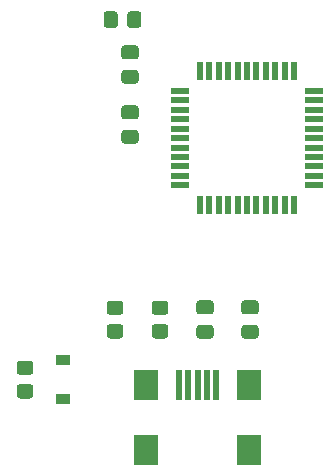
<source format=gbr>
%TF.GenerationSoftware,KiCad,Pcbnew,5.1.10*%
%TF.CreationDate,2021-10-29T02:28:02-05:00*%
%TF.ProjectId,evan_atmega32u4,6576616e-5f61-4746-9d65-676133327534,rev?*%
%TF.SameCoordinates,Original*%
%TF.FileFunction,Paste,Top*%
%TF.FilePolarity,Positive*%
%FSLAX46Y46*%
G04 Gerber Fmt 4.6, Leading zero omitted, Abs format (unit mm)*
G04 Created by KiCad (PCBNEW 5.1.10) date 2021-10-29 02:28:02*
%MOMM*%
%LPD*%
G01*
G04 APERTURE LIST*
%ADD10R,0.500000X2.500000*%
%ADD11R,2.000000X2.500000*%
%ADD12R,0.550000X1.500000*%
%ADD13R,1.500000X0.550000*%
%ADD14R,1.200000X0.900000*%
G04 APERTURE END LIST*
%TO.C,R4*%
G36*
G01*
X168675000Y-62045001D02*
X168675000Y-61144999D01*
G75*
G02*
X168924999Y-60895000I249999J0D01*
G01*
X169625001Y-60895000D01*
G75*
G02*
X169875000Y-61144999I0J-249999D01*
G01*
X169875000Y-62045001D01*
G75*
G02*
X169625001Y-62295000I-249999J0D01*
G01*
X168924999Y-62295000D01*
G75*
G02*
X168675000Y-62045001I0J249999D01*
G01*
G37*
G36*
G01*
X166675000Y-62045001D02*
X166675000Y-61144999D01*
G75*
G02*
X166924999Y-60895000I249999J0D01*
G01*
X167625001Y-60895000D01*
G75*
G02*
X167875000Y-61144999I0J-249999D01*
G01*
X167875000Y-62045001D01*
G75*
G02*
X167625001Y-62295000I-249999J0D01*
G01*
X166924999Y-62295000D01*
G75*
G02*
X166675000Y-62045001I0J249999D01*
G01*
G37*
%TD*%
D10*
%TO.C,J1*%
X176225000Y-92523000D03*
X175425000Y-92523000D03*
X174625000Y-92523000D03*
X173825000Y-92523000D03*
X173025000Y-92523000D03*
D11*
X179025000Y-92523000D03*
X170225000Y-92523000D03*
X179025000Y-98023000D03*
X170225000Y-98023000D03*
%TD*%
D12*
%TO.C,U1*%
X174816000Y-65928000D03*
X175616000Y-65928000D03*
X176416000Y-65928000D03*
X177216000Y-65928000D03*
X178016000Y-65928000D03*
X178816000Y-65928000D03*
X179616000Y-65928000D03*
X180416000Y-65928000D03*
X181216000Y-65928000D03*
X182016000Y-65928000D03*
X182816000Y-65928000D03*
D13*
X184516000Y-67628000D03*
X184516000Y-68428000D03*
X184516000Y-69228000D03*
X184516000Y-70028000D03*
X184516000Y-70828000D03*
X184516000Y-71628000D03*
X184516000Y-72428000D03*
X184516000Y-73228000D03*
X184516000Y-74028000D03*
X184516000Y-74828000D03*
X184516000Y-75628000D03*
D12*
X182816000Y-77328000D03*
X182016000Y-77328000D03*
X181216000Y-77328000D03*
X180416000Y-77328000D03*
X179616000Y-77328000D03*
X178816000Y-77328000D03*
X178016000Y-77328000D03*
X177216000Y-77328000D03*
X176416000Y-77328000D03*
X175616000Y-77328000D03*
X174816000Y-77328000D03*
D13*
X173116000Y-75628000D03*
X173116000Y-74828000D03*
X173116000Y-74028000D03*
X173116000Y-73228000D03*
X173116000Y-72428000D03*
X173116000Y-71628000D03*
X173116000Y-70828000D03*
X173116000Y-70028000D03*
X173116000Y-69228000D03*
X173116000Y-68428000D03*
X173116000Y-67628000D03*
%TD*%
%TO.C,R3*%
G36*
G01*
X160470001Y-91675000D02*
X159569999Y-91675000D01*
G75*
G02*
X159320000Y-91425001I0J249999D01*
G01*
X159320000Y-90724999D01*
G75*
G02*
X159569999Y-90475000I249999J0D01*
G01*
X160470001Y-90475000D01*
G75*
G02*
X160720000Y-90724999I0J-249999D01*
G01*
X160720000Y-91425001D01*
G75*
G02*
X160470001Y-91675000I-249999J0D01*
G01*
G37*
G36*
G01*
X160470001Y-93675000D02*
X159569999Y-93675000D01*
G75*
G02*
X159320000Y-93425001I0J249999D01*
G01*
X159320000Y-92724999D01*
G75*
G02*
X159569999Y-92475000I249999J0D01*
G01*
X160470001Y-92475000D01*
G75*
G02*
X160720000Y-92724999I0J-249999D01*
G01*
X160720000Y-93425001D01*
G75*
G02*
X160470001Y-93675000I-249999J0D01*
G01*
G37*
%TD*%
%TO.C,R2*%
G36*
G01*
X167189999Y-87395000D02*
X168090001Y-87395000D01*
G75*
G02*
X168340000Y-87644999I0J-249999D01*
G01*
X168340000Y-88345001D01*
G75*
G02*
X168090001Y-88595000I-249999J0D01*
G01*
X167189999Y-88595000D01*
G75*
G02*
X166940000Y-88345001I0J249999D01*
G01*
X166940000Y-87644999D01*
G75*
G02*
X167189999Y-87395000I249999J0D01*
G01*
G37*
G36*
G01*
X167189999Y-85395000D02*
X168090001Y-85395000D01*
G75*
G02*
X168340000Y-85644999I0J-249999D01*
G01*
X168340000Y-86345001D01*
G75*
G02*
X168090001Y-86595000I-249999J0D01*
G01*
X167189999Y-86595000D01*
G75*
G02*
X166940000Y-86345001I0J249999D01*
G01*
X166940000Y-85644999D01*
G75*
G02*
X167189999Y-85395000I249999J0D01*
G01*
G37*
%TD*%
%TO.C,R1*%
G36*
G01*
X170999999Y-87395000D02*
X171900001Y-87395000D01*
G75*
G02*
X172150000Y-87644999I0J-249999D01*
G01*
X172150000Y-88345001D01*
G75*
G02*
X171900001Y-88595000I-249999J0D01*
G01*
X170999999Y-88595000D01*
G75*
G02*
X170750000Y-88345001I0J249999D01*
G01*
X170750000Y-87644999D01*
G75*
G02*
X170999999Y-87395000I249999J0D01*
G01*
G37*
G36*
G01*
X170999999Y-85395000D02*
X171900001Y-85395000D01*
G75*
G02*
X172150000Y-85644999I0J-249999D01*
G01*
X172150000Y-86345001D01*
G75*
G02*
X171900001Y-86595000I-249999J0D01*
G01*
X170999999Y-86595000D01*
G75*
G02*
X170750000Y-86345001I0J249999D01*
G01*
X170750000Y-85644999D01*
G75*
G02*
X170999999Y-85395000I249999J0D01*
G01*
G37*
%TD*%
D14*
%TO.C,D1*%
X163195000Y-90425000D03*
X163195000Y-93725000D03*
%TD*%
%TO.C,C4*%
G36*
G01*
X168435000Y-65855000D02*
X169385000Y-65855000D01*
G75*
G02*
X169635000Y-66105000I0J-250000D01*
G01*
X169635000Y-66780000D01*
G75*
G02*
X169385000Y-67030000I-250000J0D01*
G01*
X168435000Y-67030000D01*
G75*
G02*
X168185000Y-66780000I0J250000D01*
G01*
X168185000Y-66105000D01*
G75*
G02*
X168435000Y-65855000I250000J0D01*
G01*
G37*
G36*
G01*
X168435000Y-63780000D02*
X169385000Y-63780000D01*
G75*
G02*
X169635000Y-64030000I0J-250000D01*
G01*
X169635000Y-64705000D01*
G75*
G02*
X169385000Y-64955000I-250000J0D01*
G01*
X168435000Y-64955000D01*
G75*
G02*
X168185000Y-64705000I0J250000D01*
G01*
X168185000Y-64030000D01*
G75*
G02*
X168435000Y-63780000I250000J0D01*
G01*
G37*
%TD*%
%TO.C,C3*%
G36*
G01*
X169385000Y-70035000D02*
X168435000Y-70035000D01*
G75*
G02*
X168185000Y-69785000I0J250000D01*
G01*
X168185000Y-69110000D01*
G75*
G02*
X168435000Y-68860000I250000J0D01*
G01*
X169385000Y-68860000D01*
G75*
G02*
X169635000Y-69110000I0J-250000D01*
G01*
X169635000Y-69785000D01*
G75*
G02*
X169385000Y-70035000I-250000J0D01*
G01*
G37*
G36*
G01*
X169385000Y-72110000D02*
X168435000Y-72110000D01*
G75*
G02*
X168185000Y-71860000I0J250000D01*
G01*
X168185000Y-71185000D01*
G75*
G02*
X168435000Y-70935000I250000J0D01*
G01*
X169385000Y-70935000D01*
G75*
G02*
X169635000Y-71185000I0J-250000D01*
G01*
X169635000Y-71860000D01*
G75*
G02*
X169385000Y-72110000I-250000J0D01*
G01*
G37*
%TD*%
%TO.C,C2*%
G36*
G01*
X175735000Y-86545000D02*
X174785000Y-86545000D01*
G75*
G02*
X174535000Y-86295000I0J250000D01*
G01*
X174535000Y-85620000D01*
G75*
G02*
X174785000Y-85370000I250000J0D01*
G01*
X175735000Y-85370000D01*
G75*
G02*
X175985000Y-85620000I0J-250000D01*
G01*
X175985000Y-86295000D01*
G75*
G02*
X175735000Y-86545000I-250000J0D01*
G01*
G37*
G36*
G01*
X175735000Y-88620000D02*
X174785000Y-88620000D01*
G75*
G02*
X174535000Y-88370000I0J250000D01*
G01*
X174535000Y-87695000D01*
G75*
G02*
X174785000Y-87445000I250000J0D01*
G01*
X175735000Y-87445000D01*
G75*
G02*
X175985000Y-87695000I0J-250000D01*
G01*
X175985000Y-88370000D01*
G75*
G02*
X175735000Y-88620000I-250000J0D01*
G01*
G37*
%TD*%
%TO.C,C1*%
G36*
G01*
X178595000Y-87445000D02*
X179545000Y-87445000D01*
G75*
G02*
X179795000Y-87695000I0J-250000D01*
G01*
X179795000Y-88370000D01*
G75*
G02*
X179545000Y-88620000I-250000J0D01*
G01*
X178595000Y-88620000D01*
G75*
G02*
X178345000Y-88370000I0J250000D01*
G01*
X178345000Y-87695000D01*
G75*
G02*
X178595000Y-87445000I250000J0D01*
G01*
G37*
G36*
G01*
X178595000Y-85370000D02*
X179545000Y-85370000D01*
G75*
G02*
X179795000Y-85620000I0J-250000D01*
G01*
X179795000Y-86295000D01*
G75*
G02*
X179545000Y-86545000I-250000J0D01*
G01*
X178595000Y-86545000D01*
G75*
G02*
X178345000Y-86295000I0J250000D01*
G01*
X178345000Y-85620000D01*
G75*
G02*
X178595000Y-85370000I250000J0D01*
G01*
G37*
%TD*%
M02*

</source>
